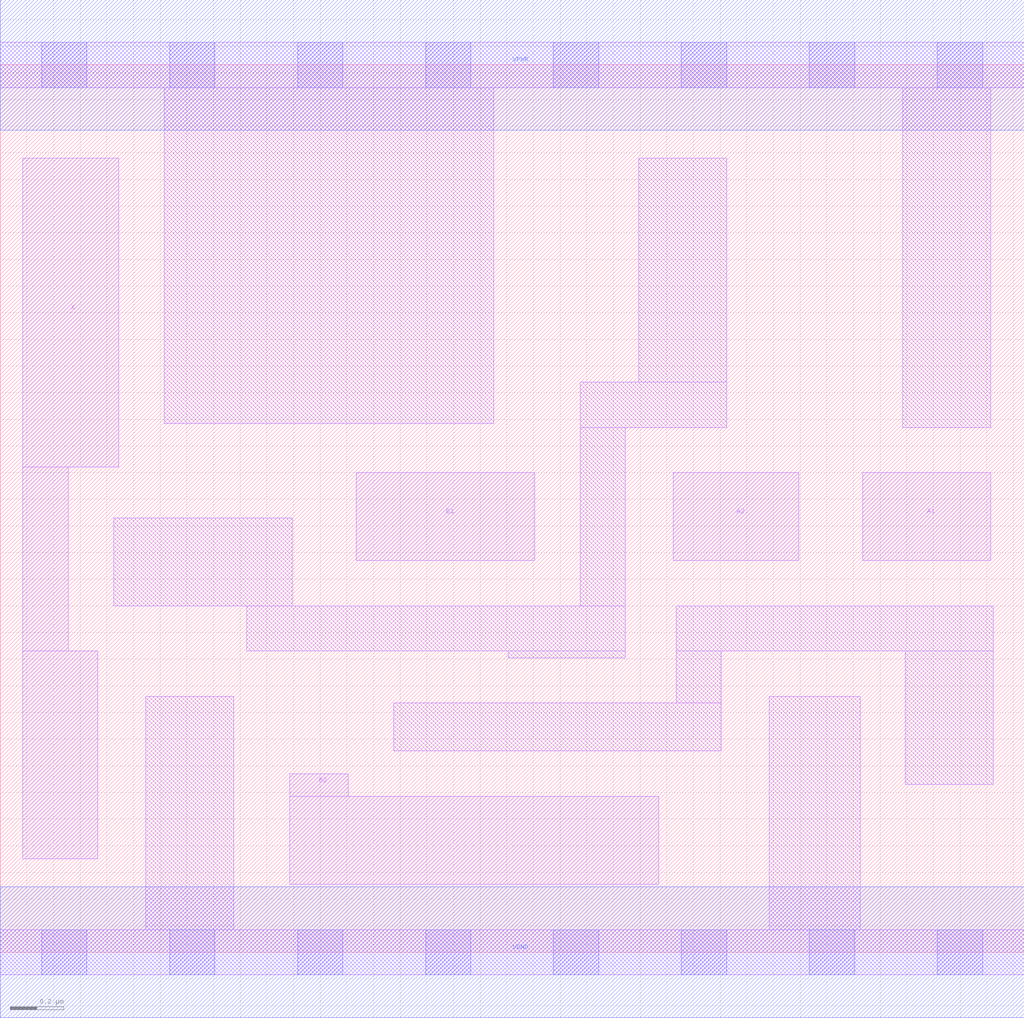
<source format=lef>
# Copyright 2020 The SkyWater PDK Authors
#
# Licensed under the Apache License, Version 2.0 (the "License");
# you may not use this file except in compliance with the License.
# You may obtain a copy of the License at
#
#     https://www.apache.org/licenses/LICENSE-2.0
#
# Unless required by applicable law or agreed to in writing, software
# distributed under the License is distributed on an "AS IS" BASIS,
# WITHOUT WARRANTIES OR CONDITIONS OF ANY KIND, either express or implied.
# See the License for the specific language governing permissions and
# limitations under the License.
#
# SPDX-License-Identifier: Apache-2.0

VERSION 5.7 ;
  NAMESCASESENSITIVE ON ;
  NOWIREEXTENSIONATPIN ON ;
  DIVIDERCHAR "/" ;
  BUSBITCHARS "[]" ;
UNITS
  DATABASE MICRONS 200 ;
END UNITS
MACRO sky130_fd_sc_hs__o22a_1
  CLASS CORE ;
  FOREIGN sky130_fd_sc_hs__o22a_1 ;
  ORIGIN  0.000000  0.000000 ;
  SIZE  3.840000 BY  3.330000 ;
  SYMMETRY X Y ;
  SITE unit ;
  PIN A1
    ANTENNAGATEAREA  0.246000 ;
    DIRECTION INPUT ;
    USE SIGNAL ;
    PORT
      LAYER li1 ;
        RECT 3.235000 1.470000 3.715000 1.800000 ;
    END
  END A1
  PIN A2
    ANTENNAGATEAREA  0.246000 ;
    DIRECTION INPUT ;
    USE SIGNAL ;
    PORT
      LAYER li1 ;
        RECT 2.525000 1.470000 2.995000 1.800000 ;
    END
  END A2
  PIN B1
    ANTENNAGATEAREA  0.246000 ;
    DIRECTION INPUT ;
    USE SIGNAL ;
    PORT
      LAYER li1 ;
        RECT 1.335000 1.470000 2.005000 1.800000 ;
    END
  END B1
  PIN B2
    ANTENNAGATEAREA  0.246000 ;
    DIRECTION INPUT ;
    USE SIGNAL ;
    PORT
      LAYER li1 ;
        RECT 1.085000 0.255000 2.470000 0.585000 ;
        RECT 1.085000 0.585000 1.305000 0.670000 ;
    END
  END B2
  PIN X
    ANTENNADIFFAREA  0.541300 ;
    DIRECTION OUTPUT ;
    USE SIGNAL ;
    PORT
      LAYER li1 ;
        RECT 0.085000 0.350000 0.365000 1.130000 ;
        RECT 0.085000 1.130000 0.255000 1.820000 ;
        RECT 0.085000 1.820000 0.445000 2.980000 ;
    END
  END X
  PIN VGND
    DIRECTION INOUT ;
    USE GROUND ;
    PORT
      LAYER met1 ;
        RECT 0.000000 -0.245000 3.840000 0.245000 ;
    END
  END VGND
  PIN VPWR
    DIRECTION INOUT ;
    USE POWER ;
    PORT
      LAYER met1 ;
        RECT 0.000000 3.085000 3.840000 3.575000 ;
    END
  END VPWR
  OBS
    LAYER li1 ;
      RECT 0.000000 -0.085000 3.840000 0.085000 ;
      RECT 0.000000  3.245000 3.840000 3.415000 ;
      RECT 0.425000  1.300000 1.095000 1.630000 ;
      RECT 0.545000  0.085000 0.875000 0.960000 ;
      RECT 0.615000  1.985000 1.850000 3.245000 ;
      RECT 0.925000  1.130000 2.345000 1.300000 ;
      RECT 1.475000  0.755000 2.705000 0.935000 ;
      RECT 1.905000  1.105000 2.345000 1.130000 ;
      RECT 2.175000  1.300000 2.345000 1.970000 ;
      RECT 2.175000  1.970000 2.725000 2.140000 ;
      RECT 2.395000  2.140000 2.725000 2.980000 ;
      RECT 2.535000  0.935000 2.705000 1.130000 ;
      RECT 2.535000  1.130000 3.725000 1.300000 ;
      RECT 2.885000  0.085000 3.225000 0.960000 ;
      RECT 3.385000  1.970000 3.715000 3.245000 ;
      RECT 3.395000  0.630000 3.725000 1.130000 ;
    LAYER mcon ;
      RECT 0.155000 -0.085000 0.325000 0.085000 ;
      RECT 0.155000  3.245000 0.325000 3.415000 ;
      RECT 0.635000 -0.085000 0.805000 0.085000 ;
      RECT 0.635000  3.245000 0.805000 3.415000 ;
      RECT 1.115000 -0.085000 1.285000 0.085000 ;
      RECT 1.115000  3.245000 1.285000 3.415000 ;
      RECT 1.595000 -0.085000 1.765000 0.085000 ;
      RECT 1.595000  3.245000 1.765000 3.415000 ;
      RECT 2.075000 -0.085000 2.245000 0.085000 ;
      RECT 2.075000  3.245000 2.245000 3.415000 ;
      RECT 2.555000 -0.085000 2.725000 0.085000 ;
      RECT 2.555000  3.245000 2.725000 3.415000 ;
      RECT 3.035000 -0.085000 3.205000 0.085000 ;
      RECT 3.035000  3.245000 3.205000 3.415000 ;
      RECT 3.515000 -0.085000 3.685000 0.085000 ;
      RECT 3.515000  3.245000 3.685000 3.415000 ;
  END
END sky130_fd_sc_hs__o22a_1
END LIBRARY

</source>
